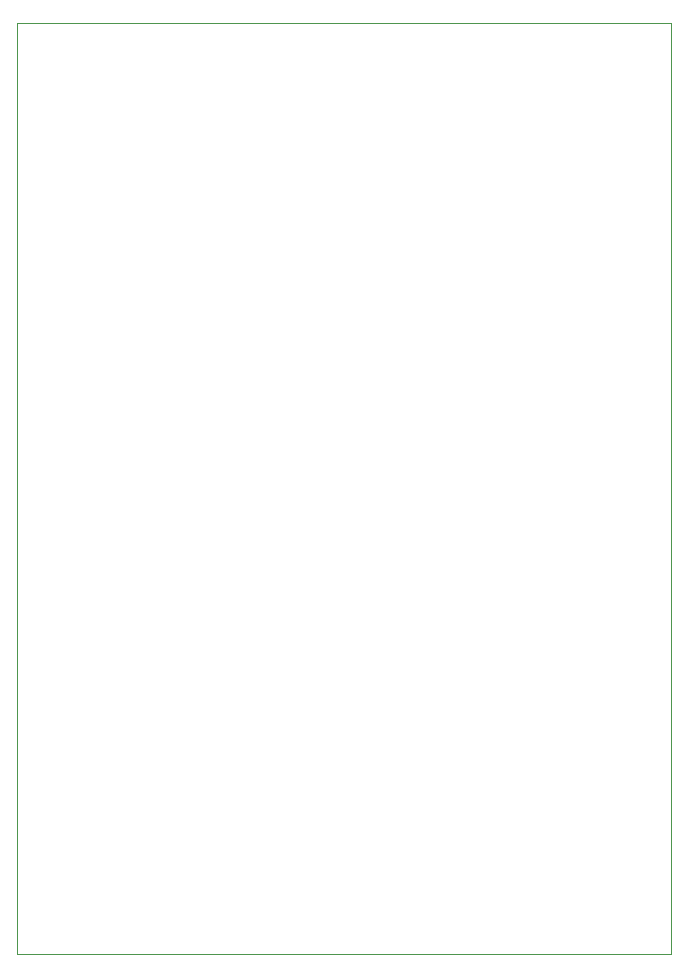
<source format=gbr>
%TF.GenerationSoftware,KiCad,Pcbnew,5.1.6-c6e7f7d~87~ubuntu18.04.1*%
%TF.CreationDate,2020-07-27T13:15:01+09:00*%
%TF.ProjectId,001,3030312e-6b69-4636-9164-5f7063625858,rev?*%
%TF.SameCoordinates,Original*%
%TF.FileFunction,Profile,NP*%
%FSLAX46Y46*%
G04 Gerber Fmt 4.6, Leading zero omitted, Abs format (unit mm)*
G04 Created by KiCad (PCBNEW 5.1.6-c6e7f7d~87~ubuntu18.04.1) date 2020-07-27 13:15:01*
%MOMM*%
%LPD*%
G01*
G04 APERTURE LIST*
%TA.AperFunction,Profile*%
%ADD10C,0.050000*%
%TD*%
G04 APERTURE END LIST*
D10*
X120904000Y-144368600D02*
X176276100Y-144368600D01*
X176276100Y-144368600D02*
X176276100Y-65532000D01*
X176276100Y-65532000D02*
X120904000Y-65532000D01*
X120904000Y-65532000D02*
X120904000Y-144368600D01*
M02*

</source>
